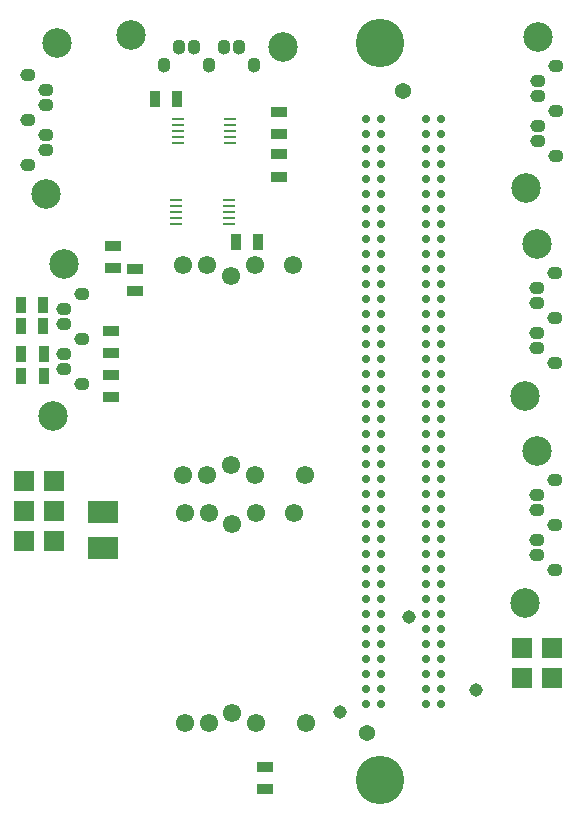
<source format=gbs>
%FSLAX34Y34*%
G04 Gerber Fmt 3.4, Leading zero omitted, Abs format*
G04 (created by PCBNEW (2014-03-14 BZR 4749)-product) date Sat 15 Mar 2014 19:33:45 CET*
%MOIN*%
G01*
G70*
G90*
G04 APERTURE LIST*
%ADD10C,0.005906*%
%ADD11C,0.061024*%
%ADD12C,0.161417*%
%ADD13C,0.029134*%
%ADD14C,0.053937*%
%ADD15C,0.098425*%
%ADD16O,0.051181X0.043307*%
%ADD17R,0.065000X0.065000*%
%ADD18R,0.035000X0.055000*%
%ADD19R,0.098400X0.076800*%
%ADD20R,0.039400X0.010600*%
%ADD21R,0.055000X0.035000*%
%ADD22O,0.043307X0.051181*%
%ADD23C,0.045000*%
G04 APERTURE END LIST*
G54D10*
G54D11*
X72141Y-42437D03*
X70866Y-42437D03*
X68492Y-42437D03*
X69291Y-42437D03*
X72535Y-49444D03*
X70866Y-49444D03*
X70078Y-42791D03*
X70078Y-49090D03*
X68492Y-49444D03*
X69291Y-49444D03*
G54D12*
X75000Y-51334D03*
G54D13*
X77037Y-29805D03*
G54D14*
X75787Y-28350D03*
G54D13*
X75037Y-29305D03*
X75037Y-29805D03*
X74537Y-29305D03*
X74537Y-29805D03*
X75037Y-32305D03*
X74537Y-32305D03*
X74537Y-32805D03*
X75037Y-32805D03*
X75037Y-33805D03*
X74537Y-33805D03*
X74537Y-33305D03*
X75037Y-33305D03*
X75037Y-31305D03*
X74537Y-31305D03*
X74537Y-31805D03*
X75037Y-31805D03*
X75037Y-30805D03*
X74537Y-30805D03*
X74537Y-30305D03*
X75037Y-30305D03*
X75037Y-38305D03*
X74537Y-38305D03*
X74537Y-38805D03*
X75037Y-38805D03*
X75037Y-39305D03*
X74537Y-39301D03*
X75037Y-40805D03*
X74537Y-40805D03*
X74537Y-41305D03*
X75037Y-41305D03*
X75037Y-40305D03*
X74537Y-40305D03*
X74537Y-39805D03*
X75037Y-39805D03*
X75037Y-36305D03*
X74537Y-36305D03*
X74537Y-36805D03*
X75037Y-36805D03*
X75037Y-37805D03*
X74537Y-37805D03*
X74537Y-37305D03*
X75037Y-37305D03*
X75037Y-35305D03*
X74537Y-35305D03*
X74537Y-35805D03*
X75037Y-35805D03*
X75037Y-34805D03*
X74537Y-34805D03*
X74537Y-34305D03*
X75037Y-34305D03*
X75037Y-43305D03*
X74537Y-43305D03*
X74537Y-43805D03*
X75037Y-43805D03*
X75037Y-44805D03*
X74537Y-44805D03*
X74537Y-44305D03*
X75037Y-44305D03*
X74537Y-42805D03*
X75037Y-42805D03*
X75037Y-42305D03*
X74537Y-42305D03*
X74537Y-41805D03*
X75037Y-41805D03*
X75037Y-46305D03*
X74537Y-46305D03*
X74537Y-46805D03*
X75037Y-46805D03*
X75037Y-47305D03*
X74537Y-47305D03*
X75037Y-48805D03*
X74537Y-48805D03*
X75037Y-48305D03*
X74537Y-48305D03*
X74537Y-47805D03*
X75037Y-47805D03*
X75037Y-45805D03*
X74537Y-45805D03*
X74537Y-45305D03*
X75037Y-45305D03*
X77037Y-45305D03*
X76537Y-45305D03*
X76537Y-45805D03*
X77037Y-45805D03*
X77037Y-47805D03*
X76537Y-47805D03*
X76537Y-48305D03*
X77037Y-48305D03*
X76537Y-48805D03*
X77037Y-48805D03*
X76537Y-47305D03*
X77037Y-47305D03*
X77037Y-46805D03*
X76537Y-46805D03*
X76537Y-46305D03*
X77037Y-46305D03*
X77037Y-41805D03*
X76537Y-41805D03*
X76537Y-42305D03*
X77037Y-42305D03*
X77037Y-42805D03*
X76537Y-42805D03*
X77037Y-44305D03*
X76537Y-44305D03*
X76537Y-44805D03*
X77037Y-44805D03*
X77037Y-43805D03*
X76537Y-43805D03*
X76537Y-43305D03*
X77037Y-43305D03*
X77037Y-34305D03*
X76537Y-34305D03*
X76537Y-34805D03*
X77037Y-34805D03*
X77037Y-35805D03*
X76537Y-35805D03*
X76537Y-35305D03*
X77037Y-35305D03*
X77037Y-37305D03*
X76537Y-37305D03*
X76537Y-37805D03*
X77037Y-37805D03*
X77037Y-36805D03*
X76537Y-36805D03*
X76537Y-36305D03*
X77037Y-36305D03*
X77037Y-39805D03*
X76537Y-39805D03*
X76537Y-40305D03*
X77037Y-40305D03*
X77037Y-41305D03*
X76537Y-41305D03*
X76537Y-40805D03*
X77037Y-40805D03*
X76537Y-39301D03*
X77037Y-39305D03*
X77037Y-38805D03*
X76537Y-38805D03*
X76537Y-38305D03*
X77037Y-38305D03*
X77037Y-30305D03*
X76537Y-30305D03*
X76537Y-30805D03*
X77037Y-30805D03*
X77037Y-31805D03*
X76537Y-31805D03*
X76537Y-31305D03*
X77037Y-31305D03*
X77037Y-33305D03*
X76537Y-33305D03*
X76537Y-33805D03*
X77037Y-33805D03*
X77037Y-32805D03*
X76537Y-32805D03*
X76537Y-32305D03*
X77037Y-32305D03*
X76537Y-29805D03*
X76537Y-29305D03*
X77037Y-29305D03*
G54D14*
X74586Y-49759D03*
G54D12*
X75000Y-26775D03*
G54D15*
X63858Y-31799D03*
G54D16*
X63858Y-30330D03*
G54D15*
X64251Y-26748D03*
G54D16*
X63858Y-29830D03*
X63858Y-28830D03*
X63858Y-28330D03*
X63267Y-27830D03*
X63267Y-29330D03*
X63267Y-30830D03*
G54D17*
X64122Y-43362D03*
X64122Y-42362D03*
X64122Y-41362D03*
X63122Y-41362D03*
X63122Y-42362D03*
X63122Y-43362D03*
G54D18*
X70195Y-33405D03*
X70945Y-33405D03*
X68249Y-28641D03*
X67499Y-28641D03*
G54D19*
X65787Y-42392D03*
X65787Y-43592D03*
G54D20*
X70008Y-29285D03*
X70008Y-29485D03*
X70008Y-29685D03*
X70008Y-29885D03*
X70008Y-30085D03*
X68258Y-30085D03*
X68258Y-29885D03*
X68258Y-29685D03*
X68258Y-29485D03*
X68258Y-29285D03*
X68219Y-32801D03*
X68219Y-32601D03*
X68219Y-32401D03*
X68219Y-32201D03*
X68219Y-32001D03*
X69969Y-32001D03*
X69969Y-32201D03*
X69969Y-32401D03*
X69969Y-32601D03*
X69969Y-32801D03*
G54D17*
X80736Y-47940D03*
X80736Y-46940D03*
X79736Y-46940D03*
X79736Y-47940D03*
G54D21*
X71633Y-31221D03*
X71633Y-30471D03*
X71633Y-29804D03*
X71633Y-29054D03*
G54D18*
X63030Y-36200D03*
X63780Y-36200D03*
G54D21*
X66850Y-34290D03*
X66850Y-35040D03*
G54D18*
X63050Y-37874D03*
X63800Y-37874D03*
G54D21*
X66023Y-37813D03*
X66023Y-38563D03*
G54D18*
X63050Y-37125D03*
X63800Y-37125D03*
G54D21*
X66023Y-37107D03*
X66023Y-36357D03*
G54D18*
X63030Y-35492D03*
X63780Y-35492D03*
G54D21*
X66102Y-34272D03*
X66102Y-33522D03*
G54D15*
X64488Y-34145D03*
G54D16*
X64488Y-35614D03*
G54D15*
X64094Y-39196D03*
G54D16*
X64488Y-36114D03*
X64488Y-37114D03*
X64488Y-37614D03*
X65078Y-38114D03*
X65078Y-36614D03*
X65078Y-35114D03*
G54D15*
X80275Y-26547D03*
G54D16*
X80275Y-28015D03*
G54D15*
X79881Y-31598D03*
G54D16*
X80275Y-28515D03*
X80275Y-29515D03*
X80275Y-30015D03*
X80866Y-30515D03*
X80866Y-29015D03*
X80866Y-27515D03*
G54D15*
X71759Y-26889D03*
G54D22*
X70291Y-26889D03*
G54D15*
X66708Y-26496D03*
G54D22*
X69791Y-26889D03*
X68791Y-26889D03*
X68291Y-26889D03*
X67791Y-27480D03*
X69291Y-27480D03*
X70791Y-27480D03*
G54D11*
X72102Y-34169D03*
X70826Y-34169D03*
X68452Y-34169D03*
X69251Y-34169D03*
X72496Y-41177D03*
X70826Y-41177D03*
X70039Y-34523D03*
X70039Y-40822D03*
X68452Y-41177D03*
X69251Y-41177D03*
G54D15*
X80236Y-40366D03*
G54D16*
X80236Y-41834D03*
G54D15*
X79842Y-45417D03*
G54D16*
X80236Y-42334D03*
X80236Y-43334D03*
X80236Y-43834D03*
X80826Y-44334D03*
X80826Y-42834D03*
X80826Y-41334D03*
G54D15*
X80236Y-33476D03*
G54D16*
X80236Y-34944D03*
G54D15*
X79842Y-38527D03*
G54D16*
X80236Y-35444D03*
X80236Y-36444D03*
X80236Y-36944D03*
X80826Y-37444D03*
X80826Y-35944D03*
X80826Y-34444D03*
G54D21*
X71181Y-50884D03*
X71181Y-51634D03*
G54D23*
X75964Y-45885D03*
X78208Y-48326D03*
X73661Y-49074D03*
M02*

</source>
